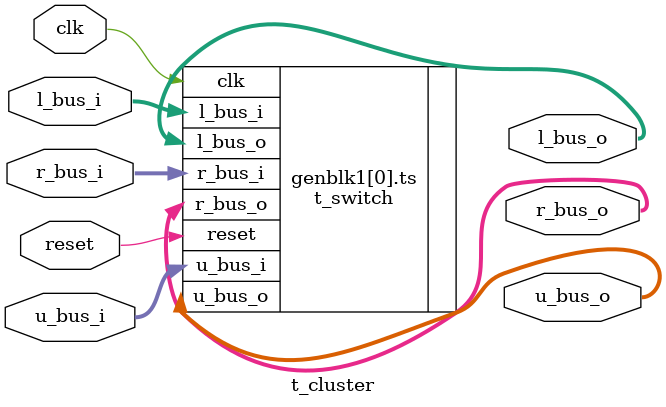
<source format=v>


module t_cluster (
	input clk,
	input reset,
	input [num_switches*p_sz-1:0] l_bus_i,
	input [num_switches*p_sz-1:0] r_bus_i,
	input [num_switches*p_sz-1:0] u_bus_i,
	output [num_switches*p_sz-1:0] l_bus_o,
	output [num_switches*p_sz-1:0] r_bus_o,
	output [num_switches*p_sz-1:0] u_bus_o
	);
	// Override these values in top modules
	parameter num_leaves= 2;
	parameter payload_sz= 1;
	parameter addr= 1'b0;
	//parameter level= $bits(addr); // only change if level == 0
        parameter level= 15;
	parameter p_sz= 1+$clog2(num_leaves)+payload_sz; //packet size
	parameter num_switches= 1;

	genvar i;
	generate
	for (i= 0; i < num_switches; i= i + 1) begin
		t_switch #(
			.num_leaves(num_leaves),
			.payload_sz(payload_sz),
			.addr(addr),
			.level(level),
			.p_sz(p_sz))
			ts (
				.clk(clk),
				.reset(reset),
				.l_bus_i(l_bus_i[i*p_sz+:p_sz]),
				.r_bus_i(r_bus_i[i*p_sz+:p_sz]),
				.u_bus_i(u_bus_i[i*p_sz+:p_sz]),
				.l_bus_o(l_bus_o[i*p_sz+:p_sz]),
				.r_bus_o(r_bus_o[i*p_sz+:p_sz]),
				.u_bus_o(u_bus_o[i*p_sz+:p_sz]));
	end
	endgenerate
endmodule	



</source>
